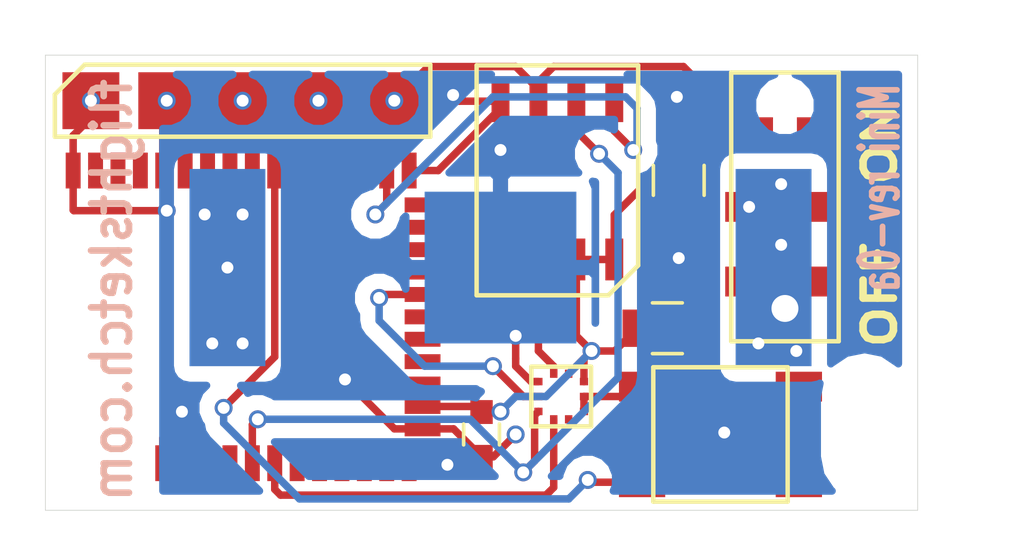
<source format=kicad_pcb>
(kicad_pcb (version 4) (host pcbnew 4.0.7)

  (general
    (links 39)
    (no_connects 1)
    (area 101.15 104.6825 135.740096 123.465714)
    (thickness 1.6)
    (drawings 7)
    (tracks 200)
    (zones 0)
    (modules 11)
    (nets 13)
  )

  (page A4)
  (layers
    (0 F.Cu signal)
    (31 B.Cu signal)
    (32 B.Adhes user)
    (33 F.Adhes user)
    (34 B.Paste user)
    (35 F.Paste user)
    (36 B.SilkS user)
    (37 F.SilkS user)
    (38 B.Mask user)
    (39 F.Mask user)
    (40 Dwgs.User user)
    (41 Cmts.User user)
    (42 Eco1.User user)
    (43 Eco2.User user)
    (44 Edge.Cuts user)
    (45 Margin user)
    (46 B.CrtYd user)
    (47 F.CrtYd user)
    (48 B.Fab user)
    (49 F.Fab user)
  )

  (setup
    (last_trace_width 0.25)
    (trace_clearance 0.2)
    (zone_clearance 0.508)
    (zone_45_only no)
    (trace_min 0.2)
    (segment_width 0.2)
    (edge_width 0.0254)
    (via_size 0.6)
    (via_drill 0.4)
    (via_min_size 0.4)
    (via_min_drill 0.3)
    (uvia_size 0.3)
    (uvia_drill 0.1)
    (uvias_allowed no)
    (uvia_min_size 0.2)
    (uvia_min_drill 0.1)
    (pcb_text_width 0.3)
    (pcb_text_size 1.5 1.5)
    (mod_edge_width 0.15)
    (mod_text_size 1 1)
    (mod_text_width 0.15)
    (pad_size 1.524 1.524)
    (pad_drill 0.762)
    (pad_to_mask_clearance 0.0762)
    (solder_mask_min_width 0.1016)
    (aux_axis_origin 0 0)
    (visible_elements 7FFEFF7F)
    (pcbplotparams
      (layerselection 0x00008_00000000)
      (usegerberextensions false)
      (excludeedgelayer true)
      (linewidth 0.100000)
      (plotframeref false)
      (viasonmask false)
      (mode 1)
      (useauxorigin false)
      (hpglpennumber 1)
      (hpglpenspeed 20)
      (hpglpendiameter 15)
      (hpglpenoverlay 2)
      (psnegative false)
      (psa4output false)
      (plotreference false)
      (plotvalue false)
      (plotinvisibletext false)
      (padsonsilk false)
      (subtractmaskfromsilk false)
      (outputformat 1)
      (mirror false)
      (drillshape 0)
      (scaleselection 1)
      (outputdirectory ./))
  )

  (net 0 "")
  (net 1 SWDIO)
  (net 2 VDD)
  (net 3 SWDCLK)
  (net 4 GND)
  (net 5 RESET)
  (net 6 MOSI)
  (net 7 SCK)
  (net 8 MISO)
  (net 9 DFU)
  (net 10 CS_Baro)
  (net 11 CS_Flash)
  (net 12 VBATT)

  (net_class Default "This is the default net class."
    (clearance 0.2)
    (trace_width 0.25)
    (via_dia 0.6)
    (via_drill 0.4)
    (uvia_dia 0.3)
    (uvia_drill 0.1)
    (add_net CS_Baro)
    (add_net CS_Flash)
    (add_net DFU)
    (add_net GND)
    (add_net MISO)
    (add_net MOSI)
    (add_net RESET)
    (add_net SCK)
    (add_net SWDCLK)
    (add_net SWDIO)
    (add_net VBATT)
    (add_net VDD)
  )

  (module lib:BL651 (layer F.Cu) (tedit 5C3AC5BF) (tstamp 5BE8F61A)
    (at 101.6 115.443 90)
    (path /5BE8F532)
    (fp_text reference U1 (at 0 10.5 90) (layer F.SilkS) hide
      (effects (font (size 1 1) (thickness 0.15)))
    )
    (fp_text value bl651 (at 0 9.5 90) (layer F.Fab)
      (effects (font (size 1 1) (thickness 0.15)))
    )
    (pad 17 smd rect (at 3.75 13.9 180) (size 1.2 0.5) (layers F.Cu F.Paste F.Mask))
    (pad 18 smd rect (at 3 13.9 180) (size 1.2 0.5) (layers F.Cu F.Paste F.Mask))
    (pad 19 smd rect (at 2.25 13.9 180) (size 1.2 0.5) (layers F.Cu F.Paste F.Mask))
    (pad 20 smd rect (at 1.5 13.9 180) (size 1.2 0.5) (layers F.Cu F.Paste F.Mask))
    (pad 21 smd rect (at 0.75 13.9 180) (size 1.2 0.5) (layers F.Cu F.Paste F.Mask)
      (net 6 MOSI))
    (pad 22 smd rect (at 0 13.9 180) (size 1.2 0.5) (layers F.Cu F.Paste F.Mask)
      (net 7 SCK))
    (pad 23 smd rect (at -0.75 13.9 180) (size 1.2 0.5) (layers F.Cu F.Paste F.Mask))
    (pad 24 smd rect (at -1.5 13.9 180) (size 1.2 0.5) (layers F.Cu F.Paste F.Mask))
    (pad 25 smd rect (at -2.25 13.9 180) (size 1.2 0.5) (layers F.Cu F.Paste F.Mask))
    (pad 26 smd rect (at -3 13.9 180) (size 1.2 0.5) (layers F.Cu F.Paste F.Mask)
      (net 2 VDD))
    (pad 27 smd rect (at -3.75 13.9 180) (size 1.2 0.5) (layers F.Cu F.Paste F.Mask)
      (net 4 GND))
    (pad 28 smd rect (at -4.9 13.45 90) (size 1.2 0.5) (layers F.Cu F.Paste F.Mask))
    (pad 29 smd rect (at -4.9 12.7 90) (size 1.2 0.5) (layers F.Cu F.Paste F.Mask))
    (pad 30 smd rect (at -4.9 11.95 90) (size 1.2 0.5) (layers F.Cu F.Paste F.Mask))
    (pad 31 smd rect (at -4.9 11.2 90) (size 1.2 0.5) (layers F.Cu F.Paste F.Mask))
    (pad 32 smd rect (at -4.9 10.45 90) (size 1.2 0.5) (layers F.Cu F.Paste F.Mask))
    (pad 33 smd rect (at -4.9 9.7 90) (size 1.2 0.5) (layers F.Cu F.Paste F.Mask))
    (pad 34 smd rect (at -4.9 8.95 90) (size 1.2 0.5) (layers F.Cu F.Paste F.Mask)
      (net 10 CS_Baro))
    (pad 35 smd rect (at -4.9 8.2 90) (size 1.2 0.5) (layers F.Cu F.Paste F.Mask)
      (net 8 MISO))
    (pad 36 smd rect (at -4.9 7.45 90) (size 1.2 0.5) (layers F.Cu F.Paste F.Mask))
    (pad 37 smd rect (at -4.9 6.7 90) (size 1.2 0.5) (layers F.Cu F.Paste F.Mask))
    (pad 38 smd rect (at -4.9 5.95 90) (size 1.2 0.5) (layers F.Cu F.Paste F.Mask))
    (pad 39 smd rect (at -4.9 5.2 90) (size 1.2 0.5) (layers F.Cu F.Paste F.Mask)
      (net 4 GND))
    (pad 1 smd rect (at 4.9 2.2 90) (size 1.2 0.5) (layers F.Cu F.Paste F.Mask)
      (net 4 GND))
    (pad 2 smd rect (at 4.9 2.95 90) (size 1.2 0.5) (layers F.Cu F.Paste F.Mask))
    (pad 3 smd rect (at 4.9 3.7 90) (size 1.2 0.5) (layers F.Cu F.Paste F.Mask))
    (pad 4 smd rect (at 4.9 4.45 90) (size 1.2 0.5) (layers F.Cu F.Paste F.Mask))
    (pad 5 smd rect (at 4.9 5.2 90) (size 1.2 0.5) (layers F.Cu F.Paste F.Mask)
      (net 1 SWDIO))
    (pad 6 smd rect (at 4.9 5.95 90) (size 1.2 0.5) (layers F.Cu F.Paste F.Mask)
      (net 3 SWDCLK))
    (pad 7 smd rect (at 4.9 6.7 90) (size 1.2 0.5) (layers F.Cu F.Paste F.Mask)
      (net 5 RESET))
    (pad 8 smd rect (at 4.9 7.45 90) (size 1.2 0.5) (layers F.Cu F.Paste F.Mask))
    (pad 9 smd rect (at 4.9 8.2 90) (size 1.2 0.5) (layers F.Cu F.Paste F.Mask))
    (pad 10 smd rect (at 4.9 8.95 90) (size 1.2 0.5) (layers F.Cu F.Paste F.Mask)
      (net 9 DFU))
    (pad 11 smd rect (at 4.9 9.7 90) (size 1.2 0.5) (layers F.Cu F.Paste F.Mask))
    (pad 12 smd rect (at 4.9 10.45 90) (size 1.2 0.5) (layers F.Cu F.Paste F.Mask))
    (pad 13 smd rect (at 4.9 11.2 90) (size 1.2 0.5) (layers F.Cu F.Paste F.Mask))
    (pad 14 smd rect (at 4.9 11.95 90) (size 1.2 0.5) (layers F.Cu F.Paste F.Mask))
    (pad 15 smd rect (at 4.9 12.7 90) (size 1.2 0.5) (layers F.Cu F.Paste F.Mask)
      (net 11 CS_Flash))
    (pad 16 smd rect (at 4.9 13.45 90) (size 1.2 0.5) (layers F.Cu F.Paste F.Mask)
      (net 4 GND))
  )

  (module Capacitors_SMD:C_0603 (layer F.Cu) (tedit 5C3AC651) (tstamp 5BFA234A)
    (at 117.475 119.38 270)
    (descr "Capacitor SMD 0603, reflow soldering, AVX (see smccp.pdf)")
    (tags "capacitor 0603")
    (path /5C382827)
    (attr smd)
    (fp_text reference C2 (at 0 -1.5 270) (layer F.SilkS) hide
      (effects (font (size 1 1) (thickness 0.15)))
    )
    (fp_text value C (at 0 1.5 270) (layer F.Fab)
      (effects (font (size 1 1) (thickness 0.15)))
    )
    (fp_line (start 1.4 0.65) (end -1.4 0.65) (layer F.CrtYd) (width 0.05))
    (fp_line (start 1.4 0.65) (end 1.4 -0.65) (layer F.CrtYd) (width 0.05))
    (fp_line (start -1.4 -0.65) (end -1.4 0.65) (layer F.CrtYd) (width 0.05))
    (fp_line (start -1.4 -0.65) (end 1.4 -0.65) (layer F.CrtYd) (width 0.05))
    (fp_line (start 0.35 0.6) (end -0.35 0.6) (layer F.SilkS) (width 0.12))
    (fp_line (start -0.35 -0.6) (end 0.35 -0.6) (layer F.SilkS) (width 0.12))
    (fp_line (start -0.8 -0.4) (end 0.8 -0.4) (layer F.Fab) (width 0.1))
    (fp_line (start 0.8 -0.4) (end 0.8 0.4) (layer F.Fab) (width 0.1))
    (fp_line (start 0.8 0.4) (end -0.8 0.4) (layer F.Fab) (width 0.1))
    (fp_line (start -0.8 0.4) (end -0.8 -0.4) (layer F.Fab) (width 0.1))
    (fp_text user %R (at 0 0 270) (layer F.Fab)
      (effects (font (size 0.3 0.3) (thickness 0.075)))
    )
    (pad 2 smd rect (at 0.75 0 270) (size 0.8 0.75) (layers F.Cu F.Paste F.Mask)
      (net 4 GND))
    (pad 1 smd rect (at -0.75 0 270) (size 0.8 0.75) (layers F.Cu F.Paste F.Mask)
      (net 2 VDD))
    (model Capacitors_SMD.3dshapes/C_0603.wrl
      (at (xyz 0 0 0))
      (scale (xyz 1 1 1))
      (rotate (xyz 0 0 0))
    )
  )

  (module lib:bt (layer F.Cu) (tedit 5C3AC5F3) (tstamp 5C3AB772)
    (at 125.476 119.38 90)
    (path /5C36D239)
    (fp_text reference SW2 (at -0.381 0 180) (layer F.SilkS) hide
      (effects (font (size 1.2 1.2) (thickness 0.15)))
    )
    (fp_text value SW_Push (at 0 0 90) (layer F.Fab)
      (effects (font (size 1.2 1.2) (thickness 0.15)))
    )
    (fp_line (start 2.25 2.25) (end 2.25 -2.25) (layer F.SilkS) (width 0.15))
    (fp_line (start 2.25 -2.25) (end -2.25 -2.25) (layer F.SilkS) (width 0.15))
    (fp_line (start -2.25 -2.25) (end -2.25 2.25) (layer F.SilkS) (width 0.15))
    (fp_line (start -2.25 2.25) (end 2.25 2.25) (layer F.SilkS) (width 0.15))
    (pad 2 smd rect (at -1.6002 -2.624963 90) (size 0.999998 1.549908) (layers F.Cu F.Paste F.Mask)
      (net 9 DFU))
    (pad 2 smd rect (at -1.6002 2.624963 90) (size 0.999998 1.549908) (layers F.Cu F.Paste F.Mask)
      (net 9 DFU))
    (pad 1 smd rect (at 1.6002 -2.624963 90) (size 0.999998 1.549908) (layers F.Cu F.Paste F.Mask)
      (net 4 GND))
    (pad 1 smd rect (at 1.6002 2.624963 90) (size 0.999998 1.549908) (layers F.Cu F.Paste F.Mask)
      (net 4 GND))
  )

  (module Capacitors_SMD:C_0805 (layer F.Cu) (tedit 5C4D28A6) (tstamp 5C4CFDE1)
    (at 123.698 115.824)
    (descr "Capacitor SMD 0805, reflow soldering, AVX (see smccp.pdf)")
    (tags "capacitor 0805")
    (path /5BFA2BAA)
    (attr smd)
    (fp_text reference C1 (at 0 -1.5) (layer F.SilkS) hide
      (effects (font (size 1 1) (thickness 0.15)))
    )
    (fp_text value C (at 0 1.75) (layer F.Fab)
      (effects (font (size 1 1) (thickness 0.15)))
    )
    (fp_text user %R (at 0 -1.5) (layer F.Fab)
      (effects (font (size 1 1) (thickness 0.15)))
    )
    (fp_line (start -1 0.62) (end -1 -0.62) (layer F.Fab) (width 0.1))
    (fp_line (start 1 0.62) (end -1 0.62) (layer F.Fab) (width 0.1))
    (fp_line (start 1 -0.62) (end 1 0.62) (layer F.Fab) (width 0.1))
    (fp_line (start -1 -0.62) (end 1 -0.62) (layer F.Fab) (width 0.1))
    (fp_line (start 0.5 -0.85) (end -0.5 -0.85) (layer F.SilkS) (width 0.12))
    (fp_line (start -0.5 0.85) (end 0.5 0.85) (layer F.SilkS) (width 0.12))
    (fp_line (start -1.75 -0.88) (end 1.75 -0.88) (layer F.CrtYd) (width 0.05))
    (fp_line (start -1.75 -0.88) (end -1.75 0.87) (layer F.CrtYd) (width 0.05))
    (fp_line (start 1.75 0.87) (end 1.75 -0.88) (layer F.CrtYd) (width 0.05))
    (fp_line (start 1.75 0.87) (end -1.75 0.87) (layer F.CrtYd) (width 0.05))
    (pad 1 smd rect (at -1 0) (size 1 1.25) (layers F.Cu F.Paste F.Mask)
      (net 2 VDD))
    (pad 2 smd rect (at 1 0) (size 1 1.25) (layers F.Cu F.Paste F.Mask)
      (net 4 GND))
    (model Capacitors_SMD.3dshapes/C_0805.wrl
      (at (xyz 0 0 0))
      (scale (xyz 1 1 1))
      (rotate (xyz 0 0 0))
    )
  )

  (module lib:SO8 (layer F.Cu) (tedit 5C4D289C) (tstamp 5C4CFDEE)
    (at 120.015 110.871 180)
    (path /5BF2300F)
    (fp_text reference U3 (at -3.905 0 270) (layer F.SilkS) hide
      (effects (font (size 1.2 1.2) (thickness 0.15)))
    )
    (fp_text value EEPROM (at 0 0 180) (layer F.Fab)
      (effects (font (size 1.2 1.2) (thickness 0.15)))
    )
    (fp_line (start -1.705 -3.85) (end -2.705 -2.85) (layer F.SilkS) (width 0.15))
    (fp_line (start -2.705 -2.85) (end -2.705 3.85) (layer F.SilkS) (width 0.15))
    (fp_line (start -2.705 3.85) (end 2.705 3.85) (layer F.SilkS) (width 0.15))
    (fp_line (start 2.705 3.85) (end 2.705 -3.85) (layer F.SilkS) (width 0.15))
    (fp_line (start 2.705 -3.85) (end -1.705 -3.85) (layer F.SilkS) (width 0.15))
    (pad 8 smd rect (at -1.905 -2.65 180) (size 0.6 1.4) (layers F.Cu F.Paste F.Mask)
      (net 2 VDD))
    (pad 1 smd rect (at -1.905 2.65 180) (size 0.6 1.4) (layers F.Cu F.Paste F.Mask)
      (net 11 CS_Flash))
    (pad 7 smd rect (at -0.635 -2.65 180) (size 0.6 1.4) (layers F.Cu F.Paste F.Mask)
      (net 2 VDD))
    (pad 2 smd rect (at -0.635 2.65 180) (size 0.6 1.4) (layers F.Cu F.Paste F.Mask)
      (net 8 MISO))
    (pad 6 smd rect (at 0.635 -2.65 180) (size 0.6 1.4) (layers F.Cu F.Paste F.Mask)
      (net 7 SCK))
    (pad 3 smd rect (at 0.635 2.65 180) (size 0.6 1.4) (layers F.Cu F.Paste F.Mask)
      (net 2 VDD))
    (pad 5 smd rect (at 1.905 -2.65 180) (size 0.6 1.4) (layers F.Cu F.Paste F.Mask)
      (net 6 MOSI))
    (pad 4 smd rect (at 1.905 2.65 180) (size 0.6 1.4) (layers F.Cu F.Paste F.Mask)
      (net 4 GND))
  )

  (module lib:5pad_test (layer F.Cu) (tedit 5C4D2922) (tstamp 5C4D1978)
    (at 109.474 108.204)
    (path /5C3952B2)
    (solder_paste_margin -0.9525)
    (fp_text reference J1 (at 0 2.4065) (layer F.SilkS) hide
      (effects (font (size 1.2 1.2) (thickness 0.15)))
    )
    (fp_text value Conn_01x06 (at 0 -2.4065) (layer F.Fab)
      (effects (font (size 1.2 1.2) (thickness 0.15)))
    )
    (fp_line (start -5.2865 -1.2065) (end -6.2865 -0.2065) (layer F.SilkS) (width 0.15))
    (fp_line (start -6.2865 -0.2065) (end -6.2865 1.2065) (layer F.SilkS) (width 0.15))
    (fp_line (start -6.2865 1.2065) (end 6.2865 1.2065) (layer F.SilkS) (width 0.15))
    (fp_line (start 6.2865 1.2065) (end 6.2865 -1.2065) (layer F.SilkS) (width 0.15))
    (fp_line (start 6.2865 -1.2065) (end -5.2865 -1.2065) (layer F.SilkS) (width 0.15))
    (pad 1 smd rect (at -5.08 0) (size 1.905 1.905) (layers F.Cu F.Paste F.Mask)
      (net 4 GND))
    (pad 2 smd rect (at -2.54 0) (size 1.905 1.905) (layers F.Cu F.Paste F.Mask)
      (net 1 SWDIO))
    (pad 3 smd rect (at 0 0) (size 1.905 1.905) (layers F.Cu F.Paste F.Mask)
      (net 3 SWDCLK))
    (pad 4 smd rect (at 2.54 0) (size 1.905 1.905) (layers F.Cu F.Paste F.Mask)
      (net 5 RESET))
    (pad 5 smd rect (at 5.08 0) (size 1.905 1.905) (layers F.Cu F.Paste F.Mask)
      (net 2 VDD))
  )

  (module lib:BMP388 (layer F.Cu) (tedit 5C4D28B1) (tstamp 5C4D1AF2)
    (at 120.142 118.11)
    (path /5C4D27A4)
    (fp_text reference U2 (at 0.5 -2.074999) (layer F.SilkS) hide
      (effects (font (size 1.2 1.2) (thickness 0.15)))
    )
    (fp_text value BMP380 (at 0.25 2) (layer F.Fab)
      (effects (font (size 1.2 1.2) (thickness 0.15)))
    )
    (fp_line (start -1 -1) (end 1 -1) (layer F.SilkS) (width 0.15))
    (fp_line (start 1 -1) (end 1 1) (layer F.SilkS) (width 0.15))
    (fp_line (start 1 1) (end -1 1) (layer F.SilkS) (width 0.15))
    (fp_line (start -1 1) (end -1 -1) (layer F.SilkS) (width 0.15))
    (pad 6 smd rect (at -0.25 0.7625) (size 0.25 0.275) (layers F.Cu F.Paste F.Mask)
      (net 10 CS_Baro))
    (pad 7 smd rect (at 0.25 0.7625) (size 0.25 0.275) (layers F.Cu F.Paste F.Mask))
    (pad 1 smd rect (at 0.25 -0.7625) (size 0.25 0.275) (layers F.Cu F.Paste F.Mask)
      (net 2 VDD))
    (pad 2 smd rect (at -0.25 -0.7625) (size 0.25 0.275) (layers F.Cu F.Paste F.Mask)
      (net 7 SCK))
    (pad 10 smd rect (at 0.7625 -0.5 270) (size 0.25 0.275) (layers F.Cu F.Paste F.Mask)
      (net 2 VDD))
    (pad 3 smd rect (at -0.7625 -0.5 270) (size 0.25 0.275) (layers F.Cu F.Paste F.Mask)
      (net 4 GND))
    (pad 9 smd rect (at 0.7625 0 270) (size 0.25 0.275) (layers F.Cu F.Paste F.Mask)
      (net 4 GND))
    (pad 4 smd rect (at -0.7625 0 270) (size 0.25 0.275) (layers F.Cu F.Paste F.Mask)
      (net 6 MOSI))
    (pad 8 smd rect (at 0.7625 0.5 270) (size 0.25 0.275) (layers F.Cu F.Paste F.Mask)
      (net 4 GND))
    (pad 5 smd rect (at -0.7625 0.5 270) (size 0.25 0.275) (layers F.Cu F.Paste F.Mask)
      (net 8 MISO))
  )

  (module Capacitors_SMD:C_0805 (layer F.Cu) (tedit 5C4D2893) (tstamp 5C4D1F9B)
    (at 124.079 110.871 270)
    (descr "Capacitor SMD 0805, reflow soldering, AVX (see smccp.pdf)")
    (tags "capacitor 0805")
    (path /5C4D5F36)
    (attr smd)
    (fp_text reference C3 (at 0 -1.5 270) (layer F.SilkS) hide
      (effects (font (size 1 1) (thickness 0.15)))
    )
    (fp_text value C (at 0 1.75 270) (layer F.Fab)
      (effects (font (size 1 1) (thickness 0.15)))
    )
    (fp_text user %R (at 0 -1.5 270) (layer F.Fab)
      (effects (font (size 1 1) (thickness 0.15)))
    )
    (fp_line (start -1 0.62) (end -1 -0.62) (layer F.Fab) (width 0.1))
    (fp_line (start 1 0.62) (end -1 0.62) (layer F.Fab) (width 0.1))
    (fp_line (start 1 -0.62) (end 1 0.62) (layer F.Fab) (width 0.1))
    (fp_line (start -1 -0.62) (end 1 -0.62) (layer F.Fab) (width 0.1))
    (fp_line (start 0.5 -0.85) (end -0.5 -0.85) (layer F.SilkS) (width 0.12))
    (fp_line (start -0.5 0.85) (end 0.5 0.85) (layer F.SilkS) (width 0.12))
    (fp_line (start -1.75 -0.88) (end 1.75 -0.88) (layer F.CrtYd) (width 0.05))
    (fp_line (start -1.75 -0.88) (end -1.75 0.87) (layer F.CrtYd) (width 0.05))
    (fp_line (start 1.75 0.87) (end 1.75 -0.88) (layer F.CrtYd) (width 0.05))
    (fp_line (start 1.75 0.87) (end -1.75 0.87) (layer F.CrtYd) (width 0.05))
    (pad 1 smd rect (at -1 0 270) (size 1 1.25) (layers F.Cu F.Paste F.Mask)
      (net 2 VDD))
    (pad 2 smd rect (at 1 0 270) (size 1 1.25) (layers F.Cu F.Paste F.Mask)
      (net 4 GND))
    (model Capacitors_SMD.3dshapes/C_0805.wrl
      (at (xyz 0 0 0))
      (scale (xyz 1 1 1))
      (rotate (xyz 0 0 0))
    )
  )

  (module lib:1225_glider (layer B.Cu) (tedit 5C687986) (tstamp 5C6875BA)
    (at 118.11 113.792 180)
    (path /5C36C209)
    (fp_text reference BT1 (at 0.254 -3.556 180) (layer B.SilkS) hide
      (effects (font (size 1 1) (thickness 0.15)) (justify mirror))
    )
    (fp_text value Battery_Cell (at -0.254 3.81 180) (layer B.Fab)
      (effects (font (size 1 1) (thickness 0.15)) (justify mirror))
    )
    (pad 1 smd rect (at -9.144 0 180) (size 2.54 6.604) (layers B.Cu B.Paste B.Mask)
      (net 12 VBATT))
    (pad 2 smd rect (at 0 0 180) (size 5.08 5.08) (layers B.Cu B.Paste B.Mask)
      (net 4 GND))
    (pad 1 smd rect (at 9.144 0 180) (size 2.54 6.604) (layers B.Cu B.Paste B.Mask)
      (net 12 VBATT))
  )

  (module lib:sw2 (layer F.Cu) (tedit 5C4D271B) (tstamp 5C6875C0)
    (at 127.635 111.76 270)
    (path /5C36CF94)
    (fp_text reference SW1 (at 2.667 2.794 270) (layer F.SilkS) hide
      (effects (font (size 1.2 1.2) (thickness 0.15)))
    )
    (fp_text value SW_DPDT_x2 (at 0 0 270) (layer F.Fab)
      (effects (font (size 1.2 1.2) (thickness 0.15)))
    )
    (fp_line (start 4.5 -1.8) (end 4.5 1.8) (layer F.SilkS) (width 0.15))
    (fp_line (start 4.5 1.8) (end -4.5 1.8) (layer F.SilkS) (width 0.15))
    (fp_line (start -4.5 1.8) (end -4.5 -1.8) (layer F.SilkS) (width 0.15))
    (fp_line (start -4.5 -1.8) (end 4.5 -1.8) (layer F.SilkS) (width 0.15))
    (pad 4 smd rect (at -2.499995 -1.199997 270) (size 0.999998 1.599946) (layers F.Cu F.Paste F.Mask))
    (pad 1 smd rect (at -2.499995 1.199997 270) (size 0.999998 1.599946) (layers F.Cu F.Paste F.Mask)
      (net 2 VDD))
    (pad 5 smd rect (at 0 -1.199997 270) (size 0.999998 1.599946) (layers F.Cu F.Paste F.Mask))
    (pad 2 smd rect (at 0 1.199997 270) (size 0.999998 1.599946) (layers F.Cu F.Paste F.Mask)
      (net 12 VBATT))
    (pad 6 smd rect (at 2.499995 -1.199997 270) (size 0.999998 1.599946) (layers F.Cu F.Paste F.Mask))
    (pad 3 smd rect (at 2.499995 1.199997 270) (size 0.999998 1.599946) (layers F.Cu F.Paste F.Mask))
    (pad "" np_thru_hole circle (at 3.40106 0 270) (size 0.9017 0.9017) (drill 0.9017) (layers *.Cu *.Mask))
    (pad "" np_thru_hole circle (at -3.400044 0 270) (size 0.9017 0.9017) (drill 0.9017) (layers *.Cu *.Mask))
  )

  (module lib:mounting_slot (layer F.Cu) (tedit 5C68C11D) (tstamp 5C68C0D4)
    (at 130.302 119.126)
    (fp_text reference REF** (at 0 0.5) (layer F.SilkS) hide
      (effects (font (size 1 1) (thickness 0.15)))
    )
    (fp_text value mounting_slot (at 0 -0.5) (layer F.Fab)
      (effects (font (size 1 1) (thickness 0.15)))
    )
    (pad "" np_thru_hole oval (at 0 0) (size 1.905 3.81) (drill oval 1.905 3.81) (layers *.Cu *.Mask))
  )

  (gr_text "Mini rev-0a" (at 130.81 111.125 90) (layer B.SilkS)
    (effects (font (size 1.27 0.762) (thickness 0.1905)) (justify mirror))
  )
  (gr_text "OFF  ON" (at 130.81 112.395 90) (layer F.SilkS)
    (effects (font (size 1.016 1.27) (thickness 0.254)))
  )
  (gr_line (start 102.87 106.68) (end 102.87 121.92) (angle 90) (layer Edge.Cuts) (width 0.0254))
  (gr_line (start 132.08 106.68) (end 102.87 106.68) (angle 90) (layer Edge.Cuts) (width 0.0254))
  (gr_line (start 132.08 121.92) (end 132.08 106.68) (angle 90) (layer Edge.Cuts) (width 0.0254))
  (gr_line (start 102.87 121.92) (end 132.08 121.92) (angle 90) (layer Edge.Cuts) (width 0.0254))
  (gr_text flightsketch.com (at 105.0925 114.554 90) (layer B.SilkS)
    (effects (font (size 1.27 1.143) (thickness 0.22225)) (justify mirror))
  )

  (via (at 106.934 108.204) (size 0.6) (drill 0.4) (layers F.Cu B.Cu) (net 1))
  (segment (start 106.8 110.543) (end 106.8 108.338) (width 0.25) (layer F.Cu) (net 1))
  (segment (start 106.8 108.338) (end 106.934 108.204) (width 0.25) (layer F.Cu) (net 1) (tstamp 5C4D2038))
  (via (at 114.554 108.204) (size 0.6) (drill 0.4) (layers F.Cu B.Cu) (net 2))
  (segment (start 124.079 109.871) (end 125.824008 109.871) (width 0.25) (layer F.Cu) (net 2))
  (segment (start 125.824008 109.871) (end 126.435003 109.260005) (width 0.25) (layer F.Cu) (net 2) (tstamp 5C4D1FD8))
  (segment (start 121.92 113.521) (end 121.92 112.03) (width 0.25) (layer F.Cu) (net 2))
  (segment (start 121.92 112.03) (end 124.079 109.871) (width 0.25) (layer F.Cu) (net 2) (tstamp 5C4D1FCE))
  (segment (start 119.38 108.221) (end 119.38 107.569) (width 0.25) (layer F.Cu) (net 2))
  (segment (start 119.38 107.569) (end 119.888 107.061) (width 0.25) (layer F.Cu) (net 2) (tstamp 5C4D1E2B))
  (segment (start 119.888 107.061) (end 124.235998 107.061) (width 0.25) (layer F.Cu) (net 2) (tstamp 5C4D1E2E))
  (segment (start 124.235998 107.061) (end 126.435003 109.260005) (width 0.25) (layer F.Cu) (net 2) (tstamp 5C4D1E31))
  (segment (start 114.554 108.204) (end 115.697 107.061) (width 0.25) (layer F.Cu) (net 2))
  (segment (start 118.618 107.061) (end 119.38 107.823) (width 0.25) (layer F.Cu) (net 2) (tstamp 5C4D1E22))
  (segment (start 115.697 107.061) (end 118.618 107.061) (width 0.25) (layer F.Cu) (net 2) (tstamp 5C4D1E1F))
  (segment (start 119.38 107.823) (end 119.38 108.221) (width 0.25) (layer F.Cu) (net 2) (tstamp 5C4D1E26))
  (segment (start 121.936 116.586) (end 122.698 115.824) (width 0.25) (layer F.Cu) (net 2) (tstamp 5C4D1B94))
  (segment (start 120.9045 117.61) (end 120.9045 116.8395) (width 0.25) (layer F.Cu) (net 2))
  (segment (start 120.392 117.3475) (end 120.3965 117.3475) (width 0.25) (layer F.Cu) (net 2))
  (segment (start 120.3965 117.3475) (end 120.904 116.84) (width 0.25) (layer F.Cu) (net 2) (tstamp 5C4D1B86))
  (segment (start 121.92 113.521) (end 120.65 113.521) (width 0.25) (layer F.Cu) (net 2))
  (segment (start 120.65 113.521) (end 120.65 116.078) (width 0.25) (layer F.Cu) (net 2) (tstamp 5C4D1A36))
  (segment (start 120.904 116.84) (end 120.7775 116.9665) (width 0.25) (layer F.Cu) (net 2) (tstamp 5C4D1B8C))
  (segment (start 115.5 118.443) (end 117.288 118.443) (width 0.25) (layer F.Cu) (net 2))
  (segment (start 121.158 116.586) (end 121.936 116.586) (width 0.25) (layer F.Cu) (net 2))
  (segment (start 120.9045 116.8395) (end 121.158 116.586) (width 0.25) (layer F.Cu) (net 2) (tstamp 5C4D1B8E))
  (segment (start 120.65 116.078) (end 121.158 116.586) (width 0.25) (layer F.Cu) (net 2) (tstamp 5C4D1A37))
  (segment (start 121.158 116.586) (end 120.904 116.84) (width 0.25) (layer F.Cu) (net 2) (tstamp 5C4D1A13))
  (via (at 118.11 118.618) (size 0.6) (drill 0.4) (layers F.Cu B.Cu) (net 2))
  (segment (start 119.634 118.11) (end 121.158 116.586) (width 0.25) (layer B.Cu) (net 2))
  (segment (start 117.475 118.63) (end 118.098 118.63) (width 0.25) (layer F.Cu) (net 2))
  (segment (start 118.098 118.63) (end 118.11 118.618) (width 0.25) (layer F.Cu) (net 2) (tstamp 5C4D1A0A))
  (segment (start 118.11 118.618) (end 118.618 118.11) (width 0.25) (layer B.Cu) (net 2) (tstamp 5C4D1A0D))
  (segment (start 118.618 118.11) (end 119.634 118.11) (width 0.25) (layer B.Cu) (net 2) (tstamp 5C4D1A0E))
  (via (at 121.158 116.586) (size 0.6) (drill 0.4) (layers F.Cu B.Cu) (net 2))
  (segment (start 117.288 118.443) (end 117.475 118.63) (width 0.25) (layer F.Cu) (net 2) (tstamp 5C4D19EA))
  (via (at 109.474 108.204) (size 0.6) (drill 0.4) (layers F.Cu B.Cu) (net 3))
  (segment (start 107.55 110.543) (end 107.55 109.747) (width 0.25) (layer F.Cu) (net 3))
  (segment (start 108.075602 109.5375) (end 109.409102 108.204) (width 0.25) (layer F.Cu) (net 3) (tstamp 5C4D2098))
  (segment (start 107.7595 109.5375) (end 108.075602 109.5375) (width 0.25) (layer F.Cu) (net 3) (tstamp 5C4D2090))
  (segment (start 107.55 109.747) (end 107.7595 109.5375) (width 0.25) (layer F.Cu) (net 3) (tstamp 5C4D2089))
  (segment (start 109.409102 108.204) (end 109.474 108.204) (width 0.25) (layer F.Cu) (net 3) (tstamp 5C4D20AB))
  (via (at 104.394 108.204) (size 0.6) (drill 0.4) (layers F.Cu B.Cu) (net 4))
  (segment (start 117.475 120.13) (end 117.868 120.13) (width 0.25) (layer F.Cu) (net 4))
  (via (at 118.618 119.38) (size 0.6) (drill 0.4) (layers F.Cu B.Cu) (net 4))
  (segment (start 117.868 120.13) (end 118.618 119.38) (width 0.25) (layer F.Cu) (net 4) (tstamp 5C4D314F))
  (segment (start 116.5225 108.0135) (end 117.0305 107.5055) (width 0.25) (layer B.Cu) (net 4))
  (segment (start 116.73 108.221) (end 116.5225 108.0135) (width 0.25) (layer F.Cu) (net 4) (tstamp 5C4D22F3))
  (via (at 116.5225 108.0135) (size 0.6) (drill 0.4) (layers F.Cu B.Cu) (net 4))
  (segment (start 118.11 108.221) (end 116.73 108.221) (width 0.25) (layer F.Cu) (net 4))
  (segment (start 124.0155 108.077) (end 123.952 108.077) (width 0.25) (layer F.Cu) (net 4) (tstamp 5C4D2357))
  (via (at 124.0155 108.077) (size 0.6) (drill 0.4) (layers F.Cu B.Cu) (net 4))
  (segment (start 123.444 107.5055) (end 124.0155 108.077) (width 0.25) (layer B.Cu) (net 4) (tstamp 5C4D234A))
  (segment (start 117.0305 107.5055) (end 123.444 107.5055) (width 0.25) (layer B.Cu) (net 4) (tstamp 5C4D2346))
  (segment (start 115.5 119.193) (end 114.5575 119.193) (width 0.25) (layer F.Cu) (net 4))
  (segment (start 112.903 117.5385) (end 112.9665 117.475) (width 0.25) (layer B.Cu) (net 4) (tstamp 5C4D2280))
  (via (at 112.903 117.5385) (size 0.6) (drill 0.4) (layers F.Cu B.Cu) (net 4))
  (segment (start 114.5575 119.193) (end 112.903 117.5385) (width 0.25) (layer F.Cu) (net 4) (tstamp 5C4D227A))
  (segment (start 120.9045 118.11) (end 120.9045 118.61) (width 0.25) (layer F.Cu) (net 4))
  (via (at 124.079 113.4745) (size 0.6) (drill 0.4) (layers F.Cu B.Cu) (net 4))
  (segment (start 124.079 113.4745) (end 124.0155 113.4745) (width 0.25) (layer B.Cu) (net 4) (tstamp 5C4D2193))
  (segment (start 128.100963 117.7798) (end 127.1397 117.7798) (width 0.25) (layer F.Cu) (net 4))
  (segment (start 125.603 119.3165) (end 125.5395 119.38) (width 0.25) (layer B.Cu) (net 4) (tstamp 5C4D215F))
  (via (at 125.603 119.3165) (size 0.6) (drill 0.4) (layers F.Cu B.Cu) (net 4))
  (segment (start 127.1397 117.7798) (end 125.603 119.3165) (width 0.25) (layer F.Cu) (net 4) (tstamp 5C4D2158))
  (segment (start 118.11 108.221) (end 118.11 109.855) (width 0.25) (layer F.Cu) (net 4))
  (segment (start 118.11 109.855) (end 118.11 109.7915) (width 0.25) (layer B.Cu) (net 4) (tstamp 5C4D211C))
  (via (at 118.11 109.855) (size 0.6) (drill 0.4) (layers F.Cu B.Cu) (net 4))
  (segment (start 118.11 108.221) (end 118.11 108.458) (width 0.25) (layer F.Cu) (net 4))
  (segment (start 118.11 108.458) (end 116.025 110.543) (width 0.25) (layer F.Cu) (net 4) (tstamp 5C4D210C))
  (segment (start 116.025 110.543) (end 115.05 110.543) (width 0.25) (layer F.Cu) (net 4) (tstamp 5C4D210E))
  (segment (start 103.8 110.543) (end 103.8 111.8645) (width 0.25) (layer F.Cu) (net 4))
  (via (at 106.934 111.887) (size 0.6) (drill 0.4) (layers F.Cu B.Cu) (net 4))
  (segment (start 103.8225 111.887) (end 106.934 111.887) (width 0.25) (layer F.Cu) (net 4) (tstamp 5C4D20DD))
  (segment (start 103.8 111.8645) (end 103.8225 111.887) (width 0.25) (layer F.Cu) (net 4) (tstamp 5C4D20D1))
  (segment (start 104.394 108.204) (end 104.394 108.7755) (width 0.25) (layer F.Cu) (net 4))
  (segment (start 104.394 108.7755) (end 103.8 109.3695) (width 0.25) (layer F.Cu) (net 4) (tstamp 5C4D20B9))
  (segment (start 103.8 109.3695) (end 103.8 110.543) (width 0.25) (layer F.Cu) (net 4) (tstamp 5C4D20BC))
  (segment (start 124.079 111.871) (end 124.079 113.4745) (width 0.25) (layer F.Cu) (net 4))
  (segment (start 124.079 113.4745) (end 124.079 115.205) (width 0.25) (layer F.Cu) (net 4) (tstamp 5C4D2190))
  (segment (start 124.079 115.205) (end 124.698 115.824) (width 0.25) (layer F.Cu) (net 4) (tstamp 5C4D1FC5))
  (segment (start 128.100963 117.7798) (end 122.851037 117.7798) (width 0.25) (layer F.Cu) (net 4))
  (segment (start 120.9045 118.11) (end 122.520837 118.11) (width 0.25) (layer F.Cu) (net 4))
  (segment (start 122.520837 118.11) (end 124.698 115.932837) (width 0.25) (layer F.Cu) (net 4) (tstamp 5C4D1D6C))
  (segment (start 124.698 115.932837) (end 124.698 115.824) (width 0.25) (layer F.Cu) (net 4) (tstamp 5C4D1D6D))
  (segment (start 117.475 120.13) (end 116.598 120.13) (width 0.25) (layer F.Cu) (net 4))
  (via (at 116.332 120.396) (size 0.6) (drill 0.4) (layers F.Cu B.Cu) (net 4))
  (segment (start 116.598 120.13) (end 116.332 120.396) (width 0.25) (layer F.Cu) (net 4) (tstamp 5C4D1A26))
  (segment (start 116.538 119.193) (end 117.475 120.13) (width 0.25) (layer F.Cu) (net 4) (tstamp 5C4D19ED))
  (segment (start 119.3795 117.61) (end 119.134 117.61) (width 0.25) (layer F.Cu) (net 4))
  (segment (start 118.618 116.84) (end 118.618 116.078) (width 0.25) (layer F.Cu) (net 4) (tstamp 5C4D1A20))
  (via (at 118.618 116.078) (size 0.6) (drill 0.4) (layers F.Cu B.Cu) (net 4))
  (segment (start 118.618 116.078) (end 118.11 115.57) (width 0.25) (layer B.Cu) (net 4) (tstamp 5C4D1A23))
  (segment (start 118.618 117.094) (end 118.618 116.84) (width 0.25) (layer F.Cu) (net 4) (tstamp 5C4D1B3D))
  (segment (start 119.134 117.61) (end 118.618 117.094) (width 0.25) (layer F.Cu) (net 4) (tstamp 5C4D1B3C))
  (segment (start 118.11 115.57) (end 118.11 114.3) (width 0.25) (layer B.Cu) (net 4) (tstamp 5C4D1A24))
  (segment (start 106.8 120.343) (end 106.8 119.514) (width 0.25) (layer F.Cu) (net 4))
  (segment (start 106.8 119.514) (end 107.442 118.618) (width 0.25) (layer F.Cu) (net 4) (tstamp 5C4D1A03))
  (segment (start 115.5 119.193) (end 116.538 119.193) (width 0.25) (layer F.Cu) (net 4))
  (via (at 107.442 118.618) (size 0.6) (drill 0.4) (layers F.Cu B.Cu) (net 4))
  (via (at 112.014 108.204) (size 0.6) (drill 0.4) (layers F.Cu B.Cu) (net 5))
  (segment (start 108.3 110.543) (end 108.3 109.9495) (width 0.25) (layer F.Cu) (net 5))
  (segment (start 108.3 109.9495) (end 108.712 109.5375) (width 0.25) (layer F.Cu) (net 5) (tstamp 5C4D2068))
  (segment (start 108.712 109.5375) (end 110.6805 109.5375) (width 0.25) (layer F.Cu) (net 5) (tstamp 5C4D2073))
  (segment (start 110.6805 109.5375) (end 112.014 108.204) (width 0.25) (layer F.Cu) (net 5) (tstamp 5C4D207C))
  (segment (start 119.2525 118.11) (end 118.872 118.11) (width 0.25) (layer F.Cu) (net 6))
  (segment (start 114.161 114.693) (end 115.5 114.693) (width 0.25) (layer F.Cu) (net 6) (tstamp 5C4D19E1))
  (segment (start 114.046 114.808) (end 114.161 114.693) (width 0.25) (layer F.Cu) (net 6) (tstamp 5C4D19E0))
  (via (at 114.046 114.808) (size 0.6) (drill 0.4) (layers F.Cu B.Cu) (net 6))
  (segment (start 114.046 115.57) (end 114.046 114.808) (width 0.25) (layer B.Cu) (net 6) (tstamp 5C4D19DD))
  (segment (start 115.57 117.094) (end 114.046 115.57) (width 0.25) (layer B.Cu) (net 6) (tstamp 5C4D19DC))
  (segment (start 117.856 117.094) (end 115.57 117.094) (width 0.25) (layer B.Cu) (net 6) (tstamp 5C4D19DB))
  (via (at 117.856 117.094) (size 0.6) (drill 0.4) (layers F.Cu B.Cu) (net 6))
  (segment (start 118.872 118.11) (end 117.856 117.094) (width 0.25) (layer F.Cu) (net 6) (tstamp 5C4D19D8))
  (segment (start 115.5 114.693) (end 116.938 114.693) (width 0.25) (layer F.Cu) (net 6))
  (segment (start 116.938 114.693) (end 118.11 113.521) (width 0.25) (layer F.Cu) (net 6) (tstamp 5C4D19AE))
  (segment (start 119.892 117.3475) (end 119.892 117.098) (width 0.25) (layer F.Cu) (net 7))
  (segment (start 119.892 117.098) (end 119.38 116.586) (width 0.25) (layer F.Cu) (net 7) (tstamp 5C4D1B74))
  (segment (start 119.38 116.586) (end 119.38 113.521) (width 0.25) (layer F.Cu) (net 7) (tstamp 5C4D1B7E))
  (segment (start 115.5 115.443) (end 118.237 115.443) (width 0.25) (layer F.Cu) (net 7))
  (segment (start 119.38 114.3) (end 119.38 113.521) (width 0.25) (layer F.Cu) (net 7) (tstamp 5C4D19B4))
  (segment (start 118.237 115.443) (end 119.38 114.3) (width 0.25) (layer F.Cu) (net 7) (tstamp 5C4D19B2))
  (segment (start 120.65 108.221) (end 120.65 109.22) (width 0.25) (layer F.Cu) (net 8))
  (segment (start 122.047 117.475) (end 118.872 120.65) (width 0.25) (layer B.Cu) (net 8) (tstamp 5C4D1FA7))
  (segment (start 122.047 110.617) (end 122.047 117.475) (width 0.25) (layer B.Cu) (net 8) (tstamp 5C4D1FA6))
  (segment (start 121.412 109.982) (end 122.047 110.617) (width 0.25) (layer B.Cu) (net 8) (tstamp 5C4D1FA5))
  (via (at 121.412 109.982) (size 0.6) (drill 0.4) (layers F.Cu B.Cu) (net 8))
  (segment (start 120.65 109.22) (end 121.412 109.982) (width 0.25) (layer F.Cu) (net 8) (tstamp 5C4D1FA2))
  (segment (start 119.2525 120.2695) (end 119.2525 118.737) (width 0.25) (layer F.Cu) (net 8))
  (segment (start 119.2525 120.2695) (end 118.872 120.65) (width 0.25) (layer F.Cu) (net 8) (tstamp 5C4D19F1))
  (via (at 118.872 120.65) (size 0.6) (drill 0.4) (layers F.Cu B.Cu) (net 8))
  (segment (start 118.872 120.65) (end 117.094 118.872) (width 0.25) (layer B.Cu) (net 8) (tstamp 5C4D19F4))
  (segment (start 117.094 118.872) (end 109.982 118.872) (width 0.25) (layer B.Cu) (net 8) (tstamp 5C4D19F5))
  (via (at 109.982 118.872) (size 0.6) (drill 0.4) (layers F.Cu B.Cu) (net 8))
  (segment (start 109.982 118.872) (end 109.8 119.054) (width 0.25) (layer F.Cu) (net 8) (tstamp 5C4D19F9))
  (segment (start 109.8 120.343) (end 109.8 119.054) (width 0.25) (layer F.Cu) (net 8) (tstamp 5C4D19FA))
  (segment (start 119.2525 118.737) (end 119.3795 118.61) (width 0.25) (layer F.Cu) (net 8) (tstamp 5C4D1C4B))
  (segment (start 122.851037 120.9802) (end 121.1072 120.9802) (width 0.25) (layer F.Cu) (net 9))
  (segment (start 110.55 116.78) (end 110.55 110.543) (width 0.25) (layer F.Cu) (net 9) (tstamp 5C4D1FB8))
  (segment (start 108.839 118.491) (end 110.55 116.78) (width 0.25) (layer F.Cu) (net 9) (tstamp 5C4D1FB7))
  (via (at 108.839 118.491) (size 0.6) (drill 0.4) (layers F.Cu B.Cu) (net 9))
  (segment (start 108.839 118.999) (end 108.839 118.491) (width 0.25) (layer B.Cu) (net 9) (tstamp 5C4D1FB3))
  (segment (start 111.379 121.539) (end 108.839 118.999) (width 0.25) (layer B.Cu) (net 9) (tstamp 5C4D1FB1))
  (segment (start 120.396 121.539) (end 111.379 121.539) (width 0.25) (layer B.Cu) (net 9) (tstamp 5C4D1FB0))
  (segment (start 121.031 120.904) (end 120.396 121.539) (width 0.25) (layer B.Cu) (net 9) (tstamp 5C4D1FAF))
  (via (at 121.031 120.904) (size 0.6) (drill 0.4) (layers F.Cu B.Cu) (net 9))
  (segment (start 121.1072 120.9802) (end 121.031 120.904) (width 0.25) (layer F.Cu) (net 9) (tstamp 5C4D1FAC))
  (segment (start 128.100963 120.9802) (end 122.851037 120.9802) (width 0.25) (layer F.Cu) (net 9))
  (segment (start 119.892 118.8725) (end 119.892 121.154) (width 0.25) (layer F.Cu) (net 10))
  (segment (start 119.892 121.154) (end 119.634 121.412) (width 0.25) (layer F.Cu) (net 10) (tstamp 5C4D1C53))
  (segment (start 110.55 121.218) (end 110.55 120.343) (width 0.25) (layer F.Cu) (net 10) (tstamp 5C4D19E7))
  (segment (start 110.744 121.412) (end 110.55 121.218) (width 0.25) (layer F.Cu) (net 10) (tstamp 5C4D19E6))
  (segment (start 119.634 121.412) (end 110.744 121.412) (width 0.25) (layer F.Cu) (net 10) (tstamp 5C4D19E5))
  (segment (start 119.765 121.281) (end 119.634 121.412) (width 0.25) (layer F.Cu) (net 10) (tstamp 5C4D19E4))
  (segment (start 121.92 108.221) (end 121.92 109.22) (width 0.25) (layer F.Cu) (net 11))
  (segment (start 114.3 111.633) (end 114.3 110.543) (width 0.25) (layer F.Cu) (net 11) (tstamp 5C4D201C))
  (segment (start 113.919 112.014) (end 114.3 111.633) (width 0.25) (layer F.Cu) (net 11) (tstamp 5C4D201B))
  (via (at 113.919 112.014) (size 0.6) (drill 0.4) (layers F.Cu B.Cu) (net 11))
  (segment (start 117.856 108.077) (end 113.919 112.014) (width 0.25) (layer B.Cu) (net 11) (tstamp 5C4D2011))
  (segment (start 122.301 108.077) (end 117.856 108.077) (width 0.25) (layer B.Cu) (net 11) (tstamp 5C4D200C))
  (segment (start 122.682 108.458) (end 122.301 108.077) (width 0.25) (layer B.Cu) (net 11) (tstamp 5C4D2008))
  (segment (start 122.682 109.728) (end 122.682 108.458) (width 0.25) (layer B.Cu) (net 11) (tstamp 5C4D2005))
  (segment (start 122.555 109.855) (end 122.682 109.728) (width 0.25) (layer B.Cu) (net 11) (tstamp 5C4D2004))
  (via (at 122.555 109.855) (size 0.6) (drill 0.4) (layers F.Cu B.Cu) (net 11))
  (segment (start 121.92 109.22) (end 122.555 109.855) (width 0.25) (layer F.Cu) (net 11) (tstamp 5C4D1FFC))
  (segment (start 128.016 116.586) (end 127 116.586) (width 0.25) (layer F.Cu) (net 12))
  (segment (start 126.746 116.332) (end 126.238 116.84) (width 0.25) (layer B.Cu) (net 12) (tstamp 5C687E07))
  (via (at 126.746 116.332) (size 0.6) (drill 0.4) (layers F.Cu B.Cu) (net 12))
  (segment (start 127 116.586) (end 126.746 116.332) (width 0.25) (layer F.Cu) (net 12) (tstamp 5C687E02))
  (via (at 128.016 116.586) (size 0.6) (drill 0.4) (layers F.Cu B.Cu) (net 12))
  (segment (start 126.435003 111.76) (end 126.746 111.76) (width 0.25) (layer F.Cu) (net 12))
  (segment (start 126.746 111.76) (end 127.508 110.998) (width 0.25) (layer F.Cu) (net 12) (tstamp 5C687D9F))
  (segment (start 127.508 110.998) (end 127.254 111.252) (width 0.25) (layer B.Cu) (net 12) (tstamp 5C687DA6))
  (via (at 127.508 110.998) (size 0.6) (drill 0.4) (layers F.Cu B.Cu) (net 12))
  (segment (start 127.254 111.252) (end 127.254 113.792) (width 0.25) (layer B.Cu) (net 12) (tstamp 5C687DA7))
  (segment (start 126.435003 111.76) (end 126.435003 111.957003) (width 0.25) (layer F.Cu) (net 12))
  (segment (start 126.435003 111.957003) (end 127.508 113.03) (width 0.25) (layer F.Cu) (net 12) (tstamp 5C687D81))
  (segment (start 127.508 113.03) (end 127.254 113.284) (width 0.25) (layer B.Cu) (net 12) (tstamp 5C687D89))
  (via (at 127.508 113.03) (size 0.6) (drill 0.4) (layers F.Cu B.Cu) (net 12))
  (segment (start 127.254 113.284) (end 127.254 113.792) (width 0.25) (layer B.Cu) (net 12) (tstamp 5C687D8A))
  (segment (start 108.204 112.014) (end 109.474 112.014) (width 0.25) (layer F.Cu) (net 12))
  (segment (start 109.474 112.014) (end 108.966 112.522) (width 0.25) (layer B.Cu) (net 12) (tstamp 5C687D55))
  (via (at 109.474 112.014) (size 0.6) (drill 0.4) (layers F.Cu B.Cu) (net 12))
  (segment (start 108.966 112.522) (end 108.966 113.792) (width 0.25) (layer B.Cu) (net 12) (tstamp 5C687D56))
  (segment (start 108.966 113.792) (end 108.966 112.776) (width 0.25) (layer F.Cu) (net 12))
  (segment (start 108.204 112.014) (end 108.966 112.776) (width 0.25) (layer B.Cu) (net 12) (tstamp 5C687D40))
  (via (at 108.204 112.014) (size 0.6) (drill 0.4) (layers F.Cu B.Cu) (net 12))
  (segment (start 108.966 112.776) (end 108.204 112.014) (width 0.25) (layer F.Cu) (net 12) (tstamp 5C687D39))
  (segment (start 108.458 116.332) (end 109.474 116.332) (width 0.25) (layer F.Cu) (net 12))
  (segment (start 109.474 116.332) (end 108.966 115.824) (width 0.25) (layer B.Cu) (net 12) (tstamp 5C687D2A))
  (via (at 109.474 116.332) (size 0.6) (drill 0.4) (layers F.Cu B.Cu) (net 12))
  (segment (start 108.966 115.824) (end 108.966 113.792) (width 0.25) (layer B.Cu) (net 12) (tstamp 5C687D2B))
  (segment (start 108.966 113.792) (end 108.966 115.824) (width 0.25) (layer F.Cu) (net 12))
  (via (at 108.966 113.792) (size 0.6) (drill 0.4) (layers F.Cu B.Cu) (net 12))
  (segment (start 108.966 115.824) (end 108.966 113.792) (width 0.25) (layer B.Cu) (net 12) (tstamp 5C687D1A))
  (via (at 108.458 116.332) (size 0.6) (drill 0.4) (layers F.Cu B.Cu) (net 12))
  (segment (start 108.966 115.824) (end 108.458 116.332) (width 0.25) (layer F.Cu) (net 12) (tstamp 5C687D00))
  (via (at 126.435003 111.76) (size 0.6) (drill 0.4) (layers F.Cu B.Cu) (net 12))
  (segment (start 126.435003 111.76) (end 128.143 113.467997) (width 0.25) (layer B.Cu) (net 12) (tstamp 5C4D1D9E))
  (segment (start 128.143 113.467997) (end 128.143 114.3) (width 0.25) (layer B.Cu) (net 12) (tstamp 5C4D1D9F))

  (zone (net 4) (net_name GND) (layer B.Cu) (tstamp 5C38215D) (hatch edge 0.508)
    (connect_pads (clearance 0.508))
    (min_thickness 0.254)
    (fill yes (arc_segments 16) (thermal_gap 0.508) (thermal_bridge_width 0.508))
    (polygon
      (pts
        (xy 106.68 121.412) (xy 131.572 121.412) (xy 131.572 107.188) (xy 106.68 107.188)
      )
    )
    (filled_polygon
      (pts
        (xy 127.020719 107.43888) (xy 126.714998 107.744068) (xy 126.549339 108.14302) (xy 126.548962 108.574997) (xy 126.713924 108.974237)
        (xy 127.019112 109.279958) (xy 127.418064 109.445617) (xy 127.850041 109.445994) (xy 128.249281 109.281032) (xy 128.555002 108.975844)
        (xy 128.720661 108.576892) (xy 128.721038 108.144915) (xy 128.556076 107.745675) (xy 128.250888 107.439954) (xy 127.98055 107.3277)
        (xy 131.4323 107.3277) (xy 131.4323 117.012832) (xy 131.424532 117.001206) (xy 130.90951 116.657079) (xy 130.302 116.536238)
        (xy 129.69449 116.657079) (xy 129.179468 117.001206) (xy 129.17144 117.013221) (xy 129.17144 110.49) (xy 129.127162 110.254683)
        (xy 128.98809 110.038559) (xy 128.77589 109.893569) (xy 128.524 109.84256) (xy 125.984 109.84256) (xy 125.748683 109.886838)
        (xy 125.532559 110.02591) (xy 125.387569 110.23811) (xy 125.33656 110.49) (xy 125.33656 117.094) (xy 125.380838 117.329317)
        (xy 125.51991 117.545441) (xy 125.73211 117.690431) (xy 125.984 117.74144) (xy 128.524 117.74144) (xy 128.759317 117.697162)
        (xy 128.805227 117.667619) (xy 128.7145 118.123738) (xy 128.7145 120.128262) (xy 128.835341 120.735772) (xy 129.179468 121.250794)
        (xy 129.211654 121.2723) (xy 121.890472 121.2723) (xy 121.965838 121.090799) (xy 121.966162 120.718833) (xy 121.824117 120.375057)
        (xy 121.561327 120.111808) (xy 121.217799 119.969162) (xy 120.845833 119.968838) (xy 120.502057 120.110883) (xy 120.238808 120.373673)
        (xy 120.096162 120.717201) (xy 120.096121 120.764077) (xy 120.081198 120.779) (xy 119.817802 120.779) (xy 122.584401 118.012401)
        (xy 122.749148 117.765839) (xy 122.807 117.475) (xy 122.807 110.762547) (xy 123.083943 110.648117) (xy 123.347192 110.385327)
        (xy 123.489838 110.041799) (xy 123.490162 109.669833) (xy 123.442 109.553272) (xy 123.442 108.458) (xy 123.384148 108.167161)
        (xy 123.384148 108.16716) (xy 123.219401 107.920599) (xy 122.838401 107.539599) (xy 122.591839 107.374852) (xy 122.354792 107.3277)
        (xy 127.289796 107.3277)
      )
    )
    (filled_polygon
      (pts
        (xy 108.945057 107.410883) (xy 108.681808 107.673673) (xy 108.539162 108.017201) (xy 108.538838 108.389167) (xy 108.680883 108.732943)
        (xy 108.943673 108.996192) (xy 109.287201 109.138838) (xy 109.659167 109.139162) (xy 110.002943 108.997117) (xy 110.266192 108.734327)
        (xy 110.408838 108.390799) (xy 110.409162 108.018833) (xy 110.267117 107.675057) (xy 110.004327 107.411808) (xy 109.801773 107.3277)
        (xy 111.686376 107.3277) (xy 111.485057 107.410883) (xy 111.221808 107.673673) (xy 111.079162 108.017201) (xy 111.078838 108.389167)
        (xy 111.220883 108.732943) (xy 111.483673 108.996192) (xy 111.827201 109.138838) (xy 112.199167 109.139162) (xy 112.542943 108.997117)
        (xy 112.806192 108.734327) (xy 112.948838 108.390799) (xy 112.949162 108.018833) (xy 112.807117 107.675057) (xy 112.544327 107.411808)
        (xy 112.341773 107.3277) (xy 114.226376 107.3277) (xy 114.025057 107.410883) (xy 113.761808 107.673673) (xy 113.619162 108.017201)
        (xy 113.618838 108.389167) (xy 113.760883 108.732943) (xy 114.023673 108.996192) (xy 114.367201 109.138838) (xy 114.739167 109.139162)
        (xy 115.082943 108.997117) (xy 115.346192 108.734327) (xy 115.488838 108.390799) (xy 115.489162 108.018833) (xy 115.347117 107.675057)
        (xy 115.084327 107.411808) (xy 114.881773 107.3277) (xy 117.802208 107.3277) (xy 117.565161 107.374852) (xy 117.318599 107.539599)
        (xy 113.77932 111.078878) (xy 113.733833 111.078838) (xy 113.390057 111.220883) (xy 113.126808 111.483673) (xy 112.984162 111.827201)
        (xy 112.983838 112.199167) (xy 113.125883 112.542943) (xy 113.388673 112.806192) (xy 113.732201 112.948838) (xy 114.104167 112.949162)
        (xy 114.447943 112.807117) (xy 114.711192 112.544327) (xy 114.853838 112.200799) (xy 114.853879 112.153923) (xy 114.935 112.072802)
        (xy 114.935 113.50625) (xy 115.09375 113.665) (xy 117.983 113.665) (xy 117.983 110.77575) (xy 117.82425 110.617)
        (xy 116.390802 110.617) (xy 118.170802 108.837) (xy 121.922 108.837) (xy 121.922 109.165759) (xy 121.910957 109.176782)
        (xy 121.598799 109.047162) (xy 121.226833 109.046838) (xy 120.883057 109.188883) (xy 120.619808 109.451673) (xy 120.477162 109.795201)
        (xy 120.476838 110.167167) (xy 120.618883 110.510943) (xy 120.724755 110.617) (xy 118.39575 110.617) (xy 118.237 110.77575)
        (xy 118.237 113.665) (xy 121.12625 113.665) (xy 121.285 113.50625) (xy 121.285 111.12569) (xy 121.192942 110.903443)
        (xy 121.225201 110.916838) (xy 121.272077 110.916879) (xy 121.287 110.931802) (xy 121.287 115.651112) (xy 121.285 115.65111)
        (xy 121.285 114.07775) (xy 121.12625 113.919) (xy 118.237 113.919) (xy 118.237 113.939) (xy 117.983 113.939)
        (xy 117.983 113.919) (xy 115.09375 113.919) (xy 114.935 114.07775) (xy 114.935 114.511112) (xy 114.839117 114.279057)
        (xy 114.576327 114.015808) (xy 114.232799 113.873162) (xy 113.860833 113.872838) (xy 113.517057 114.014883) (xy 113.253808 114.277673)
        (xy 113.111162 114.621201) (xy 113.110838 114.993167) (xy 113.252883 115.336943) (xy 113.286 115.370118) (xy 113.286 115.57)
        (xy 113.343852 115.860839) (xy 113.508599 116.107401) (xy 115.032599 117.631401) (xy 115.27916 117.796148) (xy 115.327414 117.805746)
        (xy 115.57 117.854) (xy 117.293537 117.854) (xy 117.325673 117.886192) (xy 117.46266 117.943074) (xy 117.317808 118.087673)
        (xy 117.291402 118.151266) (xy 117.094 118.112) (xy 110.544463 118.112) (xy 110.512327 118.079808) (xy 110.168799 117.937162)
        (xy 109.796833 117.936838) (xy 109.647237 117.99865) (xy 109.632117 117.962057) (xy 109.411885 117.74144) (xy 110.236 117.74144)
        (xy 110.471317 117.697162) (xy 110.687441 117.55809) (xy 110.832431 117.34589) (xy 110.88344 117.094) (xy 110.88344 110.49)
        (xy 110.839162 110.254683) (xy 110.70009 110.038559) (xy 110.48789 109.893569) (xy 110.236 109.84256) (xy 107.696 109.84256)
        (xy 107.460683 109.886838) (xy 107.244559 110.02591) (xy 107.099569 110.23811) (xy 107.04856 110.49) (xy 107.04856 117.094)
        (xy 107.092838 117.329317) (xy 107.23191 117.545441) (xy 107.44411 117.690431) (xy 107.696 117.74144) (xy 108.266424 117.74144)
        (xy 108.046808 117.960673) (xy 107.904162 118.304201) (xy 107.903838 118.676167) (xy 108.045883 119.019943) (xy 108.092444 119.066585)
        (xy 108.136852 119.289839) (xy 108.301599 119.536401) (xy 110.037498 121.2723) (xy 106.807 121.2723) (xy 106.807 109.13889)
        (xy 107.119167 109.139162) (xy 107.462943 108.997117) (xy 107.726192 108.734327) (xy 107.868838 108.390799) (xy 107.869162 108.018833)
        (xy 107.727117 107.675057) (xy 107.464327 107.411808) (xy 107.261773 107.3277) (xy 109.146376 107.3277)
      )
    )
    (filled_polygon
      (pts
        (xy 117.926198 120.779) (xy 111.693802 120.779) (xy 110.546802 119.632) (xy 116.779198 119.632)
      )
    )
  )
)

</source>
